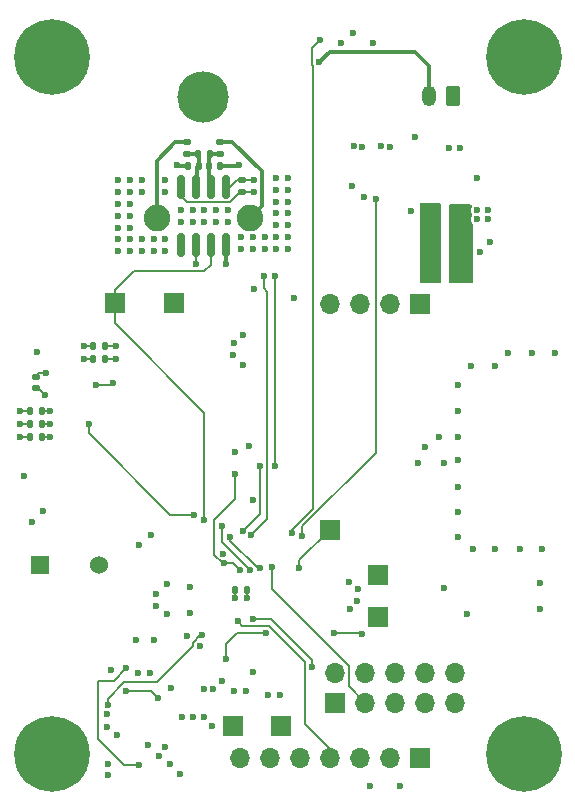
<source format=gbl>
G04 #@! TF.GenerationSoftware,KiCad,Pcbnew,7.0.6*
G04 #@! TF.CreationDate,2024-05-29T18:09:33+12:00*
G04 #@! TF.ProjectId,flight_computer,666c6967-6874-45f6-936f-6d7075746572,rev?*
G04 #@! TF.SameCoordinates,Original*
G04 #@! TF.FileFunction,Copper,L4,Bot*
G04 #@! TF.FilePolarity,Positive*
%FSLAX46Y46*%
G04 Gerber Fmt 4.6, Leading zero omitted, Abs format (unit mm)*
G04 Created by KiCad (PCBNEW 7.0.6) date 2024-05-29 18:09:33*
%MOMM*%
%LPD*%
G01*
G04 APERTURE LIST*
G04 Aperture macros list*
%AMRoundRect*
0 Rectangle with rounded corners*
0 $1 Rounding radius*
0 $2 $3 $4 $5 $6 $7 $8 $9 X,Y pos of 4 corners*
0 Add a 4 corners polygon primitive as box body*
4,1,4,$2,$3,$4,$5,$6,$7,$8,$9,$2,$3,0*
0 Add four circle primitives for the rounded corners*
1,1,$1+$1,$2,$3*
1,1,$1+$1,$4,$5*
1,1,$1+$1,$6,$7*
1,1,$1+$1,$8,$9*
0 Add four rect primitives between the rounded corners*
20,1,$1+$1,$2,$3,$4,$5,0*
20,1,$1+$1,$4,$5,$6,$7,0*
20,1,$1+$1,$6,$7,$8,$9,0*
20,1,$1+$1,$8,$9,$2,$3,0*%
G04 Aperture macros list end*
G04 #@! TA.AperFunction,ComponentPad*
%ADD10C,0.800000*%
G04 #@! TD*
G04 #@! TA.AperFunction,ComponentPad*
%ADD11C,6.400000*%
G04 #@! TD*
G04 #@! TA.AperFunction,ComponentPad*
%ADD12R,1.700000X1.700000*%
G04 #@! TD*
G04 #@! TA.AperFunction,ComponentPad*
%ADD13O,1.700000X1.700000*%
G04 #@! TD*
G04 #@! TA.AperFunction,ComponentPad*
%ADD14RoundRect,0.250000X0.350000X0.625000X-0.350000X0.625000X-0.350000X-0.625000X0.350000X-0.625000X0*%
G04 #@! TD*
G04 #@! TA.AperFunction,ComponentPad*
%ADD15O,1.200000X1.750000*%
G04 #@! TD*
G04 #@! TA.AperFunction,ComponentPad*
%ADD16C,2.250000*%
G04 #@! TD*
G04 #@! TA.AperFunction,ComponentPad*
%ADD17C,4.350000*%
G04 #@! TD*
G04 #@! TA.AperFunction,ComponentPad*
%ADD18R,1.524000X1.524000*%
G04 #@! TD*
G04 #@! TA.AperFunction,ComponentPad*
%ADD19C,1.524000*%
G04 #@! TD*
G04 #@! TA.AperFunction,SMDPad,CuDef*
%ADD20RoundRect,0.140000X0.140000X0.170000X-0.140000X0.170000X-0.140000X-0.170000X0.140000X-0.170000X0*%
G04 #@! TD*
G04 #@! TA.AperFunction,SMDPad,CuDef*
%ADD21RoundRect,0.150000X-0.150000X0.825000X-0.150000X-0.825000X0.150000X-0.825000X0.150000X0.825000X0*%
G04 #@! TD*
G04 #@! TA.AperFunction,SMDPad,CuDef*
%ADD22RoundRect,0.135000X-0.135000X-0.185000X0.135000X-0.185000X0.135000X0.185000X-0.135000X0.185000X0*%
G04 #@! TD*
G04 #@! TA.AperFunction,SMDPad,CuDef*
%ADD23RoundRect,0.140000X-0.140000X-0.170000X0.140000X-0.170000X0.140000X0.170000X-0.140000X0.170000X0*%
G04 #@! TD*
G04 #@! TA.AperFunction,SMDPad,CuDef*
%ADD24RoundRect,0.135000X0.135000X0.185000X-0.135000X0.185000X-0.135000X-0.185000X0.135000X-0.185000X0*%
G04 #@! TD*
G04 #@! TA.AperFunction,SMDPad,CuDef*
%ADD25RoundRect,0.135000X-0.185000X0.135000X-0.185000X-0.135000X0.185000X-0.135000X0.185000X0.135000X0*%
G04 #@! TD*
G04 #@! TA.AperFunction,SMDPad,CuDef*
%ADD26RoundRect,0.140000X0.170000X-0.140000X0.170000X0.140000X-0.170000X0.140000X-0.170000X-0.140000X0*%
G04 #@! TD*
G04 #@! TA.AperFunction,SMDPad,CuDef*
%ADD27RoundRect,0.140000X-0.170000X0.140000X-0.170000X-0.140000X0.170000X-0.140000X0.170000X0.140000X0*%
G04 #@! TD*
G04 #@! TA.AperFunction,ViaPad*
%ADD28C,0.600000*%
G04 #@! TD*
G04 #@! TA.AperFunction,Conductor*
%ADD29C,0.200000*%
G04 #@! TD*
G04 #@! TA.AperFunction,Conductor*
%ADD30C,0.300000*%
G04 #@! TD*
G04 APERTURE END LIST*
D10*
X123752944Y-71462500D03*
X124455888Y-69765444D03*
X124455888Y-73159556D03*
X126152944Y-69062500D03*
D11*
X126152944Y-71462500D03*
D10*
X126152944Y-73862500D03*
X127850000Y-69765444D03*
X127850000Y-73159556D03*
X128552944Y-71462500D03*
D12*
X150160000Y-126140000D03*
D13*
X150160000Y-123600000D03*
X152700000Y-126140000D03*
X152700000Y-123600000D03*
X155240000Y-126140000D03*
X155240000Y-123600000D03*
X157780000Y-126140000D03*
X157780000Y-123600000D03*
X160320000Y-126140000D03*
X160320000Y-123600000D03*
D14*
X160120000Y-74750000D03*
D15*
X158120000Y-74750000D03*
D10*
X123752944Y-130462500D03*
X124455888Y-128765444D03*
X124455888Y-132159556D03*
X126152944Y-128062500D03*
D11*
X126152944Y-130462500D03*
D10*
X126152944Y-132862500D03*
X127850000Y-128765444D03*
X127850000Y-132159556D03*
X128552944Y-130462500D03*
D12*
X136500000Y-92300000D03*
X131500000Y-92300000D03*
D16*
X142950000Y-85062500D03*
X135050000Y-85062500D03*
D17*
X139000000Y-74812500D03*
D12*
X153800000Y-118900000D03*
X145600000Y-128100000D03*
D18*
X125200000Y-114500000D03*
D19*
X130200000Y-114500000D03*
D12*
X149700000Y-111500000D03*
D10*
X163722944Y-71462500D03*
X164425888Y-69765444D03*
X164425888Y-73159556D03*
X166122944Y-69062500D03*
D11*
X166122944Y-71462500D03*
D10*
X166122944Y-73862500D03*
X167820000Y-69765444D03*
X167820000Y-73159556D03*
X168522944Y-71462500D03*
D12*
X141500000Y-128100000D03*
X153800000Y-115300000D03*
D10*
X163752944Y-130462500D03*
X164455888Y-128765444D03*
X164455888Y-132159556D03*
X166152944Y-128062500D03*
D11*
X166152944Y-130462500D03*
D10*
X166152944Y-132862500D03*
X167850000Y-128765444D03*
X167850000Y-132159556D03*
X168552944Y-130462500D03*
D20*
X138640000Y-80660000D03*
X137680000Y-80660000D03*
D21*
X137095000Y-82425000D03*
X138365000Y-82425000D03*
X139635000Y-82425000D03*
X140905000Y-82425000D03*
X140905000Y-87375000D03*
X139635000Y-87375000D03*
X138365000Y-87375000D03*
X137095000Y-87375000D03*
D22*
X129690000Y-97000000D03*
X130710000Y-97000000D03*
D20*
X139540000Y-79660000D03*
X138580000Y-79660000D03*
D23*
X141720000Y-116600000D03*
X142680000Y-116600000D03*
D20*
X140460000Y-80660000D03*
X139500000Y-80660000D03*
D12*
X157350000Y-130850000D03*
D13*
X154810000Y-130850000D03*
X152270000Y-130850000D03*
X149730000Y-130850000D03*
X147190000Y-130850000D03*
X144650000Y-130850000D03*
X142110000Y-130850000D03*
X149730000Y-92350000D03*
X152270000Y-92350000D03*
X154810000Y-92350000D03*
D12*
X157350000Y-92350000D03*
D24*
X125310000Y-103600000D03*
X124290000Y-103600000D03*
D25*
X137660000Y-78650000D03*
X137660000Y-79670000D03*
D24*
X125310000Y-102500000D03*
X124290000Y-102500000D03*
D26*
X124800000Y-99480000D03*
X124800000Y-98520000D03*
D27*
X142264500Y-81900000D03*
X142264500Y-82860000D03*
D22*
X129690000Y-95900000D03*
X130710000Y-95900000D03*
D24*
X125310000Y-101400000D03*
X124290000Y-101400000D03*
D25*
X140460000Y-78650000D03*
X140460000Y-79670000D03*
D28*
X130892500Y-127112500D03*
X163100000Y-85200000D03*
X137900000Y-118500000D03*
X159800000Y-79200000D03*
X152100000Y-116500000D03*
X144500000Y-125495000D03*
X130922500Y-131305000D03*
X151314647Y-115914647D03*
X124500000Y-110800000D03*
X138700000Y-121300000D03*
X159400000Y-116400000D03*
X162200000Y-85200000D03*
X142400000Y-97500000D03*
X135000000Y-117900000D03*
X145500000Y-125495000D03*
X163100000Y-84400000D03*
X123500000Y-101400000D03*
X125600000Y-100100000D03*
X135900000Y-118600000D03*
X131600000Y-97000000D03*
X133500000Y-123600000D03*
X137600000Y-120474500D03*
X143201000Y-109000000D03*
X143300000Y-81900000D03*
X123500000Y-103600000D03*
X125400000Y-109900000D03*
X162200000Y-84400000D03*
X141500000Y-96700000D03*
X123500000Y-102500000D03*
X131600000Y-95900000D03*
X132800000Y-87900000D03*
X132800000Y-84900000D03*
X143300000Y-82900000D03*
X146200000Y-82700000D03*
X162400000Y-88000000D03*
X145200000Y-83700000D03*
X166800000Y-96500000D03*
X135800000Y-81900000D03*
X144200000Y-86700000D03*
X136222500Y-131300000D03*
X167500000Y-118200000D03*
X131800000Y-83900000D03*
X142060000Y-80630000D03*
X132800000Y-85900000D03*
X137022500Y-132200000D03*
X151800631Y-78997969D03*
X160600000Y-99200000D03*
X146667400Y-91873500D03*
X132800000Y-82900000D03*
X132800000Y-86900000D03*
X143216926Y-123544566D03*
X142900000Y-104390000D03*
X141700000Y-104890000D03*
X142700000Y-117300000D03*
X156610000Y-84535000D03*
X154800000Y-79099500D03*
X124900000Y-96400000D03*
X134800000Y-87900000D03*
X160600000Y-107900000D03*
X160700000Y-79200000D03*
X146200000Y-83700000D03*
X138100000Y-85400000D03*
X160600000Y-101400000D03*
X135222500Y-130600000D03*
X146200000Y-86700000D03*
X131800000Y-86900000D03*
X130962500Y-132265000D03*
X161800000Y-113100000D03*
X145200000Y-85700000D03*
X167700000Y-113100000D03*
X145200000Y-81700000D03*
X135800000Y-86900000D03*
X145200000Y-84700000D03*
X135777500Y-129850000D03*
X132800000Y-83900000D03*
X137900000Y-116300000D03*
X137100000Y-85400000D03*
X131800000Y-87900000D03*
X139100000Y-85400000D03*
X160600000Y-110000000D03*
X155679500Y-133200000D03*
X157200000Y-105800000D03*
X162210000Y-81735000D03*
X160600000Y-103600000D03*
X143297929Y-91085117D03*
X142200000Y-87700000D03*
X161700000Y-97600000D03*
X146200000Y-84700000D03*
X141100000Y-85400000D03*
X142200000Y-86700000D03*
X141600000Y-95700000D03*
X136300000Y-124900000D03*
X145200000Y-82700000D03*
X151600000Y-82400000D03*
X131800000Y-84900000D03*
X154092206Y-79013609D03*
X140100000Y-84400000D03*
X146200000Y-81700000D03*
X132800000Y-81900000D03*
X157800000Y-104500000D03*
X153100000Y-133200000D03*
X159400000Y-105800000D03*
X133800000Y-86900000D03*
X167500000Y-116000000D03*
X134800000Y-120800000D03*
X142400000Y-95000000D03*
X135800000Y-87900000D03*
X165800000Y-113100000D03*
X136760000Y-80630000D03*
X134487500Y-123600000D03*
X131687500Y-128853750D03*
X152000000Y-117500000D03*
X139100000Y-84400000D03*
X143200000Y-86700000D03*
X145200000Y-86700000D03*
X133800000Y-87900000D03*
X138170000Y-127342500D03*
X131800000Y-81900000D03*
X133800000Y-81900000D03*
X168800000Y-96500000D03*
X161300000Y-118600000D03*
X133300000Y-120800000D03*
X131800000Y-85900000D03*
X137170000Y-127342500D03*
X145200000Y-87700000D03*
X146200000Y-87700000D03*
X146200000Y-85700000D03*
X142600000Y-125100000D03*
X131175000Y-123320000D03*
X138100000Y-84400000D03*
X144200000Y-87700000D03*
X160600000Y-112100000D03*
X143200000Y-87700000D03*
X159000000Y-103600000D03*
X152450000Y-79050000D03*
X133600000Y-112800000D03*
X163250500Y-87100000D03*
X131800000Y-82900000D03*
X163700000Y-113100000D03*
X151640000Y-69400000D03*
X150640000Y-70300000D03*
X151423911Y-118176089D03*
X160600000Y-105600000D03*
X152600000Y-83300000D03*
X141100000Y-84400000D03*
X134600000Y-111900000D03*
X134800000Y-86900000D03*
X163700000Y-97600000D03*
X133800000Y-82900000D03*
X123800000Y-106900000D03*
X134322500Y-129705000D03*
X125700000Y-98200000D03*
X164800000Y-96500000D03*
X130867219Y-128153750D03*
X135800000Y-82900000D03*
X135000000Y-116900000D03*
X135900000Y-116100000D03*
X140100000Y-85400000D03*
X140676089Y-113523911D03*
X156900000Y-78200000D03*
X137100000Y-84400000D03*
X140600000Y-124300000D03*
X141600000Y-125100000D03*
X139070000Y-127342500D03*
X139800000Y-124937500D03*
X139770000Y-128142500D03*
X139100000Y-124937500D03*
X153390500Y-70300000D03*
X141700000Y-117300000D03*
X141700000Y-106800000D03*
X142074500Y-114900000D03*
X140727387Y-114332853D03*
X148800000Y-71900000D03*
X148900000Y-70000000D03*
X146507243Y-111799500D03*
X144824049Y-114674909D03*
X126000000Y-103600000D03*
X138246747Y-110199500D03*
X126000000Y-102500000D03*
X129300000Y-102500000D03*
X147125500Y-114700000D03*
X143800000Y-114700000D03*
X141300000Y-112100000D03*
X126000000Y-101400000D03*
X140900000Y-89000000D03*
X142976089Y-114923911D03*
X129900000Y-99200000D03*
X131400000Y-99100000D03*
X140600000Y-111130500D03*
X128900000Y-97000000D03*
X138400000Y-89000000D03*
X128900000Y-95900000D03*
X148200000Y-123100000D03*
X143200000Y-119000000D03*
X141926089Y-119226089D03*
X160309382Y-85427923D03*
X161210000Y-85435000D03*
X160909503Y-87735000D03*
X160210000Y-87735000D03*
X158100497Y-87800000D03*
X158485000Y-84435000D03*
X158497850Y-85289366D03*
X158800000Y-87800000D03*
X152419927Y-120280073D03*
X150089262Y-120210738D03*
X132487000Y-123200000D03*
X144300000Y-120200000D03*
X140900000Y-122400000D03*
X133522500Y-131400000D03*
X153600000Y-83500000D03*
X147400000Y-112000000D03*
X143080594Y-111924708D03*
X144117400Y-90036000D03*
X145117400Y-90036000D03*
X142350000Y-111600000D03*
X143800500Y-106100000D03*
X145117400Y-106100000D03*
X139100000Y-110700000D03*
X132475000Y-125107500D03*
X135200000Y-125700000D03*
X138900000Y-120400000D03*
X130902289Y-126313057D03*
D29*
X124800000Y-99480000D02*
X124980000Y-99480000D01*
X124290000Y-101400000D02*
X123500000Y-101400000D01*
X130710000Y-97000000D02*
X131600000Y-97000000D01*
X130710000Y-95900000D02*
X131600000Y-95900000D01*
X141305000Y-82425000D02*
X140905000Y-82425000D01*
X142264500Y-81900000D02*
X143300000Y-81900000D01*
X124290000Y-102500000D02*
X123500000Y-102500000D01*
X141830000Y-81900000D02*
X141305000Y-82425000D01*
X124290000Y-103600000D02*
X123500000Y-103600000D01*
X124980000Y-99480000D02*
X125600000Y-100100000D01*
X142264500Y-81900000D02*
X141830000Y-81900000D01*
X137600000Y-83700000D02*
X137095000Y-83195000D01*
X137095000Y-83195000D02*
X137095000Y-82425000D01*
X142081396Y-82860000D02*
X141241396Y-83700000D01*
X141241396Y-83700000D02*
X137600000Y-83700000D01*
D30*
X136790000Y-80660000D02*
X136760000Y-80630000D01*
D29*
X142680000Y-117280000D02*
X142700000Y-117300000D01*
X125700000Y-98200000D02*
X125120000Y-98200000D01*
X143260000Y-82860000D02*
X143300000Y-82900000D01*
D30*
X140460000Y-80660000D02*
X142030000Y-80660000D01*
X137680000Y-80660000D02*
X136790000Y-80660000D01*
D29*
X142264500Y-82860000D02*
X142081396Y-82860000D01*
X142680000Y-116600000D02*
X142680000Y-117280000D01*
X142264500Y-82860000D02*
X143260000Y-82860000D01*
X125120000Y-98200000D02*
X124800000Y-98520000D01*
D30*
X142030000Y-80660000D02*
X142060000Y-80630000D01*
D29*
X141700000Y-116620000D02*
X141720000Y-116600000D01*
X141700000Y-117300000D02*
X141700000Y-116620000D01*
X140727387Y-114332853D02*
X141507353Y-114332853D01*
X141700000Y-106800000D02*
X141700000Y-108900000D01*
X141700000Y-108900000D02*
X139900000Y-110700000D01*
X140636502Y-114332853D02*
X140727387Y-114332853D01*
X139900000Y-113596351D02*
X140636502Y-114332853D01*
X141507353Y-114332853D02*
X142074500Y-114900000D01*
X139900000Y-110700000D02*
X139900000Y-113596351D01*
D30*
X149700000Y-71000000D02*
X156900000Y-71000000D01*
X148800000Y-71900000D02*
X149700000Y-71000000D01*
X158120000Y-72220000D02*
X158120000Y-74750000D01*
X156900000Y-71000000D02*
X158120000Y-72220000D01*
D29*
X148200000Y-72148529D02*
X148200000Y-70700000D01*
X148200000Y-70700000D02*
X148900000Y-70000000D01*
X146507243Y-111492757D02*
X148300000Y-109700000D01*
X148300000Y-109700000D02*
X148300000Y-72248529D01*
X146507243Y-111799500D02*
X146507243Y-111492757D01*
X148300000Y-72248529D02*
X148200000Y-72148529D01*
D30*
X139500000Y-80660000D02*
X139500000Y-79700000D01*
X139500000Y-79700000D02*
X139540000Y-79660000D01*
X139500000Y-80660000D02*
X139500000Y-82290000D01*
X140450000Y-79660000D02*
X140460000Y-79670000D01*
X139540000Y-79660000D02*
X140450000Y-79660000D01*
X139500000Y-82290000D02*
X139635000Y-82425000D01*
X138580000Y-79660000D02*
X137670000Y-79660000D01*
X138640000Y-80660000D02*
X138640000Y-79720000D01*
X137670000Y-79660000D02*
X137660000Y-79670000D01*
X138640000Y-79720000D02*
X138580000Y-79660000D01*
X138500000Y-82290000D02*
X138365000Y-82425000D01*
X138640000Y-80660000D02*
X138500000Y-80800000D01*
X138500000Y-80800000D02*
X138500000Y-82290000D01*
D29*
X151310000Y-123010000D02*
X144824049Y-116524049D01*
X152700000Y-126140000D02*
X151310000Y-124750000D01*
X151310000Y-124750000D02*
X151310000Y-123010000D01*
X144824049Y-116524049D02*
X144824049Y-114674909D01*
X126000000Y-103600000D02*
X125310000Y-103600000D01*
X138246747Y-110199500D02*
X136199500Y-110199500D01*
X125310000Y-102500000D02*
X126000000Y-102500000D01*
X136199500Y-110199500D02*
X129300000Y-103300000D01*
X147125500Y-114700000D02*
X147125500Y-114074500D01*
X147125500Y-114074500D02*
X149700000Y-111500000D01*
X129300000Y-103300000D02*
X129300000Y-102500000D01*
X143600000Y-114700000D02*
X141300000Y-112400000D01*
X126000000Y-101400000D02*
X125310000Y-101400000D01*
X141300000Y-112400000D02*
X141300000Y-112100000D01*
X143800000Y-114700000D02*
X143600000Y-114700000D01*
X129900000Y-99200000D02*
X131300000Y-99200000D01*
X142976089Y-114876089D02*
X140600000Y-112500000D01*
D30*
X140905000Y-88995000D02*
X140900000Y-89000000D01*
D29*
X131300000Y-99200000D02*
X131400000Y-99100000D01*
X142976089Y-114923911D02*
X142976089Y-114876089D01*
D30*
X140905000Y-87375000D02*
X140905000Y-88995000D01*
D29*
X140600000Y-112500000D02*
X140600000Y-111130500D01*
X138400000Y-89000000D02*
X138400000Y-87410000D01*
X128900000Y-97000000D02*
X129690000Y-97000000D01*
X138400000Y-87410000D02*
X138365000Y-87375000D01*
X128900000Y-95900000D02*
X129690000Y-95900000D01*
X148200000Y-122500000D02*
X148200000Y-123100000D01*
X143200000Y-119000000D02*
X144700000Y-119000000D01*
X144700000Y-119000000D02*
X148200000Y-122500000D01*
X149730000Y-130030000D02*
X149730000Y-130850000D01*
X142300000Y-119600000D02*
X144548529Y-119600000D01*
X141926089Y-119226089D02*
X142300000Y-119600000D01*
X144548529Y-119600000D02*
X147600000Y-122651471D01*
X147600000Y-127900000D02*
X149730000Y-130030000D01*
X147600000Y-122651471D02*
X147600000Y-127900000D01*
D30*
X143950000Y-84062500D02*
X143950000Y-81150000D01*
X143950000Y-81150000D02*
X141450000Y-78650000D01*
X142950000Y-85062500D02*
X143950000Y-84062500D01*
X141450000Y-78650000D02*
X140460000Y-78650000D01*
X135050000Y-85062500D02*
X135050000Y-80250000D01*
X136650000Y-78650000D02*
X137660000Y-78650000D01*
X135050000Y-80250000D02*
X136650000Y-78650000D01*
D29*
X152350592Y-120210738D02*
X150089262Y-120210738D01*
X152419927Y-120280073D02*
X152350592Y-120210738D01*
X132300000Y-131400000D02*
X133522500Y-131400000D01*
X131404320Y-124282680D02*
X130100000Y-124282680D01*
X132487000Y-123200000D02*
X131404320Y-124282680D01*
X141900000Y-120200000D02*
X144300000Y-120200000D01*
X140900000Y-121200000D02*
X141900000Y-120200000D01*
X140900000Y-122400000D02*
X140900000Y-121200000D01*
X130100000Y-129200000D02*
X132300000Y-131400000D01*
X130100000Y-124282680D02*
X130100000Y-129200000D01*
X147400000Y-112000000D02*
X147400000Y-111200000D01*
X153600000Y-105000000D02*
X153600000Y-83500000D01*
X147400000Y-111200000D02*
X153600000Y-105000000D01*
X144117400Y-91056059D02*
X144117400Y-90036000D01*
X144400000Y-91338659D02*
X144117400Y-91056059D01*
X144400000Y-110605302D02*
X144400000Y-91338659D01*
X143080594Y-111924708D02*
X144400000Y-110605302D01*
X143800500Y-110149500D02*
X142350000Y-111600000D01*
X145117400Y-106100000D02*
X145117400Y-90036000D01*
X143800500Y-106100000D02*
X143800500Y-110149500D01*
X139100000Y-110700000D02*
X139100000Y-101600000D01*
X139100000Y-89600000D02*
X133100000Y-89600000D01*
X131500000Y-91200000D02*
X131500000Y-92300000D01*
X139635000Y-89065000D02*
X139100000Y-89600000D01*
X139100000Y-101600000D02*
X131500000Y-94000000D01*
X133100000Y-89600000D02*
X131500000Y-91200000D01*
X139635000Y-87375000D02*
X139635000Y-89065000D01*
X131500000Y-94000000D02*
X131500000Y-92300000D01*
X134607500Y-125107500D02*
X135200000Y-125700000D01*
X132475000Y-125107500D02*
X134607500Y-125107500D01*
X135087500Y-124368529D02*
X138100000Y-121356029D01*
X138100000Y-121356029D02*
X138100000Y-121051471D01*
X138751471Y-120400000D02*
X138900000Y-120400000D01*
X138100000Y-121051471D02*
X138751471Y-120400000D01*
X130902289Y-126313057D02*
X130902289Y-125797711D01*
X132331471Y-124368529D02*
X135087500Y-124368529D01*
X130902289Y-125797711D02*
X132331471Y-124368529D01*
G04 #@! TA.AperFunction,Conductor*
G36*
X159053039Y-83854685D02*
G01*
X159098794Y-83907489D01*
X159110000Y-83959000D01*
X159110000Y-90511000D01*
X159090315Y-90578039D01*
X159037511Y-90623794D01*
X158986000Y-90635000D01*
X157434000Y-90635000D01*
X157366961Y-90615315D01*
X157321206Y-90562511D01*
X157310000Y-90511000D01*
X157310000Y-83959000D01*
X157329685Y-83891961D01*
X157382489Y-83846206D01*
X157434000Y-83835000D01*
X158986000Y-83835000D01*
X159053039Y-83854685D01*
G37*
G04 #@! TD.AperFunction*
G04 #@! TA.AperFunction,Conductor*
G36*
X161679585Y-83954685D02*
G01*
X161725340Y-84007489D01*
X161735284Y-84076647D01*
X161722079Y-84114795D01*
X161722249Y-84114866D01*
X161721073Y-84117703D01*
X161719932Y-84121002D01*
X161719137Y-84122378D01*
X161663671Y-84256287D01*
X161663670Y-84256291D01*
X161644750Y-84399999D01*
X161644750Y-84400000D01*
X161663670Y-84543708D01*
X161663671Y-84543712D01*
X161719138Y-84677623D01*
X161719139Y-84677626D01*
X161755117Y-84724512D01*
X161780312Y-84789681D01*
X161766274Y-84858126D01*
X161755119Y-84875484D01*
X161719138Y-84922375D01*
X161719138Y-84922376D01*
X161663671Y-85056287D01*
X161663670Y-85056291D01*
X161644750Y-85199999D01*
X161644750Y-85200000D01*
X161663670Y-85343708D01*
X161663671Y-85343712D01*
X161719138Y-85477623D01*
X161719139Y-85477626D01*
X161756168Y-85525882D01*
X161784375Y-85562642D01*
X161809570Y-85627810D01*
X161810000Y-85638128D01*
X161810000Y-90511000D01*
X161790315Y-90578039D01*
X161737511Y-90623794D01*
X161686000Y-90635000D01*
X159934000Y-90635000D01*
X159866961Y-90615315D01*
X159821206Y-90562511D01*
X159810000Y-90511000D01*
X159810000Y-84059000D01*
X159829685Y-83991961D01*
X159882489Y-83946206D01*
X159934000Y-83935000D01*
X161612546Y-83935000D01*
X161679585Y-83954685D01*
G37*
G04 #@! TD.AperFunction*
M02*

</source>
